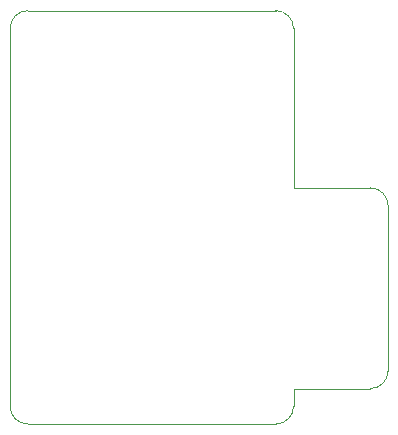
<source format=gm1>
%TF.GenerationSoftware,KiCad,Pcbnew,7.0.5-7.0.5~ubuntu22.04.1*%
%TF.CreationDate,2023-06-28T22:22:45+02:00*%
%TF.ProjectId,BatMon,4261744d-6f6e-42e6-9b69-6361645f7063,rev?*%
%TF.SameCoordinates,Original*%
%TF.FileFunction,Profile,NP*%
%FSLAX46Y46*%
G04 Gerber Fmt 4.6, Leading zero omitted, Abs format (unit mm)*
G04 Created by KiCad (PCBNEW 7.0.5-7.0.5~ubuntu22.04.1) date 2023-06-28 22:22:45*
%MOMM*%
%LPD*%
G01*
G04 APERTURE LIST*
%TA.AperFunction,Profile*%
%ADD10C,0.100000*%
%TD*%
%TA.AperFunction,Profile*%
%ADD11C,0.050000*%
%TD*%
G04 APERTURE END LIST*
D10*
X144000000Y-57000000D02*
G75*
G03*
X142500000Y-55500000I-1500000J0D01*
G01*
X144000000Y-89000000D02*
X144000000Y-87500000D01*
X120000000Y-89000000D02*
G75*
G03*
X121500000Y-90500000I1500000J0D01*
G01*
X121500000Y-55500000D02*
G75*
G03*
X120000000Y-57000000I0J-1500000D01*
G01*
X121500000Y-90500000D02*
X142500000Y-90500000D01*
X142500000Y-90500000D02*
G75*
G03*
X144000000Y-89000000I0J1500000D01*
G01*
X142500000Y-55500000D02*
X121500000Y-55500000D01*
X144000000Y-70500000D02*
X144000000Y-57000000D01*
X120000000Y-57000000D02*
X120000000Y-89000000D01*
D11*
X150500000Y-87500000D02*
X144000000Y-87500000D01*
X152000000Y-86000000D02*
X152000000Y-72000000D01*
X150500000Y-70500000D02*
X144000000Y-70500000D01*
X150500000Y-87500000D02*
G75*
G03*
X152000000Y-86000000I-1J1500001D01*
G01*
X152000000Y-72000000D02*
G75*
G03*
X150500000Y-70500000I-1500000J0D01*
G01*
M02*

</source>
